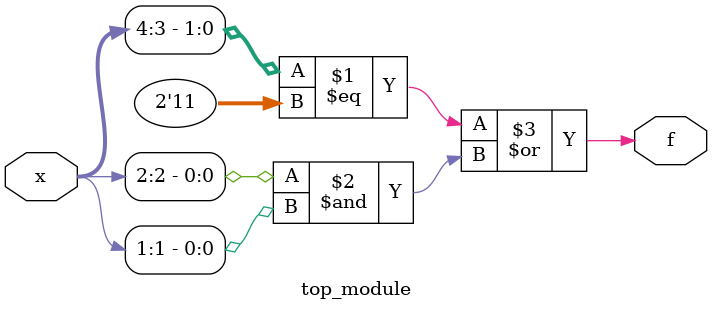
<source format=sv>
module top_module (
    input [4:1] x,
    output logic f
);

assign f = (x[4:3] == 2'b11) | (x[2] & x[1]);

endmodule

</source>
